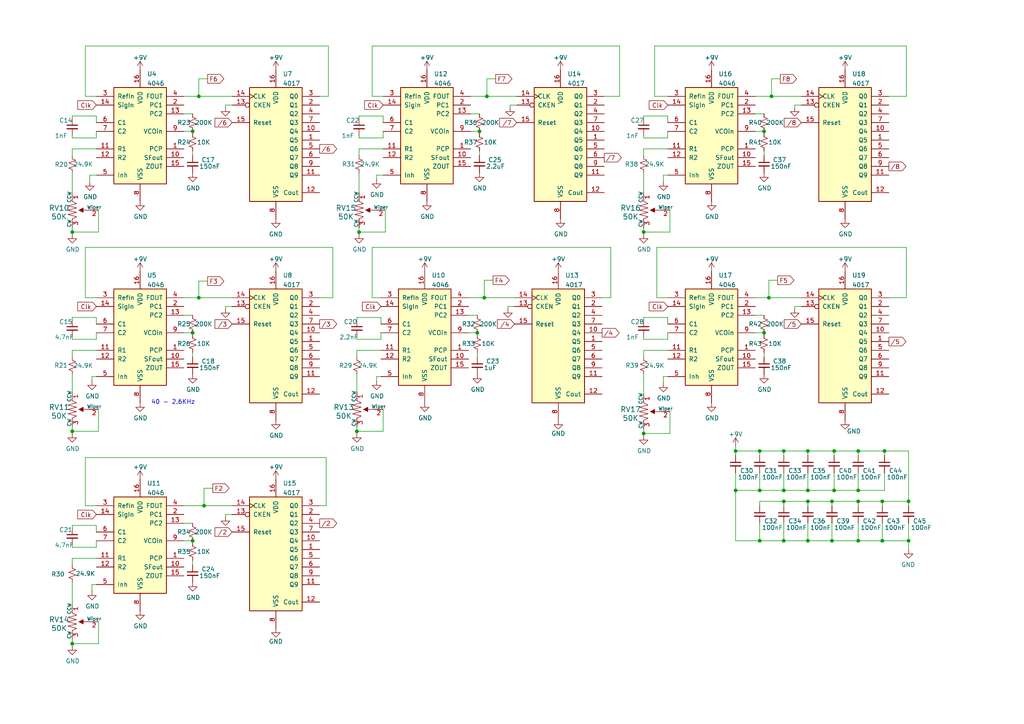
<source format=kicad_sch>
(kicad_sch (version 20211123) (generator eeschema)
  (paper "A4")
  (junction (at 55.88 156.845))
  (junction (at 55.88 96.52))
  (junction (at 241.3 156.845))
  (junction (at 227.33 142.24))
  (junction (at 139.065 38.1))
  (junction (at 20.955 67.31))
  (junction (at 186.69 125.73))
  (junction (at 263.525 145.415))
  (junction (at 57.658 27.94))
  (junction (at 248.92 142.24))
  (junction (at 256.54 130.81))
  (junction (at 186.69 67.31))
  (junction (at 234.315 145.415))
  (junction (at 220.345 156.845))
  (junction (at 55.88 38.1))
  (junction (at 234.315 142.24))
  (junction (at 141.224 27.94))
  (junction (at 20.955 186.69))
  (junction (at 227.33 156.845))
  (junction (at 140.462 86.36))
  (junction (at 248.92 156.845))
  (junction (at 227.33 145.415))
  (junction (at 241.3 145.415))
  (junction (at 263.525 156.845))
  (junction (at 138.43 96.52))
  (junction (at 213.36 142.24))
  (junction (at 59.182 146.685))
  (junction (at 221.615 96.52))
  (junction (at 234.315 156.845))
  (junction (at 220.345 130.81))
  (junction (at 20.955 125.095))
  (junction (at 223.774 27.94))
  (junction (at 255.905 156.845))
  (junction (at 227.33 130.81))
  (junction (at 241.935 130.81))
  (junction (at 255.905 145.415))
  (junction (at 241.935 142.24))
  (junction (at 57.658 86.36))
  (junction (at 234.315 130.81))
  (junction (at 223.012 86.36))
  (junction (at 103.505 125.095))
  (junction (at 220.345 142.24))
  (junction (at 221.615 38.1))
  (junction (at 248.92 145.415))
  (junction (at 248.92 130.81))
  (junction (at 104.14 67.31))
  (junction (at 213.36 130.81))
  (wire (pts (xy 103.505 98.425) (xy 103.505 97.79)))
  (wire (pts (xy 20.955 123.825) (xy 20.955 125.095)))
  (wire (pts (xy 220.345 137.16) (xy 220.345 142.24)))
  (wire (pts (xy 192.405 52.705) (xy 192.405 50.8)))
  (wire (pts (xy 109.22 50.8) (xy 111.125 50.8)))
  (wire (pts (xy 248.92 130.81) (xy 256.54 130.81)))
  (wire (pts (xy 193.675 92.075) (xy 186.69 92.075)))
  (wire (pts (xy 225.552 81.28) (xy 223.012 81.28)))
  (wire (pts (xy 28.575 180.34) (xy 28.575 186.69)))
  (wire (pts (xy 103.505 101.6) (xy 103.505 103.505)))
  (wire (pts (xy 53.34 96.52) (xy 55.88 96.52)))
  (wire (pts (xy 109.22 52.07) (xy 109.22 50.8)))
  (wire (pts (xy 213.36 129.54) (xy 213.36 130.81)))
  (wire (pts (xy 55.88 102.235) (xy 55.88 103.505)))
  (wire (pts (xy 262.89 27.94) (xy 257.81 27.94)))
  (wire (pts (xy 220.345 132.08) (xy 220.345 130.81)))
  (wire (pts (xy 219.075 38.1) (xy 221.615 38.1)))
  (wire (pts (xy 241.3 146.685) (xy 241.3 145.415)))
  (wire (pts (xy 60.198 81.534) (xy 57.658 81.534)))
  (wire (pts (xy 103.505 108.585) (xy 103.505 113.665)))
  (wire (pts (xy 226.314 22.86) (xy 223.774 22.86)))
  (wire (pts (xy 111.76 60.96) (xy 111.76 67.31)))
  (wire (pts (xy 28.575 118.745) (xy 28.575 125.095)))
  (wire (pts (xy 96.52 86.36) (xy 92.71 86.36)))
  (wire (pts (xy 193.675 86.36) (xy 190.5 86.36)))
  (wire (pts (xy 27.94 161.925) (xy 20.955 161.925)))
  (wire (pts (xy 192.405 111.125) (xy 192.405 109.22)))
  (wire (pts (xy 262.89 86.36) (xy 257.81 86.36)))
  (wire (pts (xy 27.94 96.52) (xy 27.94 98.425)))
  (wire (pts (xy 263.525 146.685) (xy 263.525 145.415)))
  (wire (pts (xy 219.075 27.94) (xy 223.774 27.94)))
  (wire (pts (xy 140.462 86.36) (xy 149.225 86.36)))
  (wire (pts (xy 177.165 71.755) (xy 177.165 86.36)))
  (wire (pts (xy 53.34 33.02) (xy 55.88 33.02)))
  (wire (pts (xy 263.525 156.845) (xy 263.525 159.385)))
  (wire (pts (xy 57.658 81.534) (xy 57.658 86.36)))
  (wire (pts (xy 27.94 156.845) (xy 27.94 158.75)))
  (wire (pts (xy 255.905 146.685) (xy 255.905 145.415)))
  (wire (pts (xy 147.32 89.535) (xy 147.32 88.9)))
  (wire (pts (xy 53.34 156.845) (xy 55.88 156.845)))
  (wire (pts (xy 256.54 130.81) (xy 263.525 130.81)))
  (wire (pts (xy 194.31 67.31) (xy 186.69 67.31)))
  (wire (pts (xy 20.955 50.165) (xy 20.955 55.88)))
  (wire (pts (xy 24.765 27.94) (xy 24.765 13.335)))
  (wire (pts (xy 110.49 96.52) (xy 110.49 98.425)))
  (wire (pts (xy 135.89 91.44) (xy 138.43 91.44)))
  (wire (pts (xy 20.955 43.18) (xy 20.955 45.085)))
  (wire (pts (xy 111.125 38.1) (xy 111.125 40.005)))
  (wire (pts (xy 213.36 156.845) (xy 220.345 156.845)))
  (wire (pts (xy 189.865 27.94) (xy 189.865 13.335)))
  (wire (pts (xy 234.315 145.415) (xy 241.3 145.415)))
  (wire (pts (xy 110.49 93.98) (xy 110.49 92.075)))
  (wire (pts (xy 59.182 141.605) (xy 59.182 146.685)))
  (wire (pts (xy 241.3 156.845) (xy 248.92 156.845)))
  (wire (pts (xy 136.525 38.1) (xy 139.065 38.1)))
  (wire (pts (xy 107.95 27.94) (xy 107.95 13.335)))
  (wire (pts (xy 194.31 125.73) (xy 186.69 125.73)))
  (wire (pts (xy 109.22 110.49) (xy 109.22 109.22)))
  (wire (pts (xy 219.075 86.36) (xy 223.012 86.36)))
  (wire (pts (xy 104.14 40.005) (xy 104.14 39.37)))
  (wire (pts (xy 57.658 27.94) (xy 67.31 27.94)))
  (wire (pts (xy 248.92 145.415) (xy 255.905 145.415)))
  (wire (pts (xy 26.67 169.545) (xy 27.94 169.545)))
  (wire (pts (xy 27.94 93.98) (xy 27.94 92.075)))
  (wire (pts (xy 53.34 27.94) (xy 57.658 27.94)))
  (wire (pts (xy 55.88 96.52) (xy 55.88 97.155)))
  (wire (pts (xy 248.92 142.24) (xy 256.54 142.24)))
  (wire (pts (xy 219.075 33.02) (xy 221.615 33.02)))
  (wire (pts (xy 190.5 86.36) (xy 190.5 71.755)))
  (wire (pts (xy 193.675 33.655) (xy 186.69 33.655)))
  (wire (pts (xy 179.705 27.94) (xy 175.26 27.94)))
  (wire (pts (xy 104.14 66.04) (xy 104.14 67.31)))
  (wire (pts (xy 255.905 151.765) (xy 255.905 156.845)))
  (wire (pts (xy 186.69 101.6) (xy 186.69 103.505)))
  (wire (pts (xy 111.125 27.94) (xy 107.95 27.94)))
  (wire (pts (xy 186.69 50.165) (xy 186.69 55.88)))
  (wire (pts (xy 227.33 156.845) (xy 234.315 156.845)))
  (wire (pts (xy 96.52 71.755) (xy 96.52 86.36)))
  (wire (pts (xy 65.405 31.115) (xy 65.405 30.48)))
  (wire (pts (xy 234.315 142.24) (xy 241.935 142.24)))
  (wire (pts (xy 248.92 132.08) (xy 248.92 130.81)))
  (wire (pts (xy 255.905 156.845) (xy 263.525 156.845)))
  (wire (pts (xy 186.69 66.04) (xy 186.69 67.31)))
  (wire (pts (xy 190.5 71.755) (xy 262.89 71.755)))
  (wire (pts (xy 234.315 132.08) (xy 234.315 130.81)))
  (wire (pts (xy 227.33 145.415) (xy 234.315 145.415)))
  (wire (pts (xy 57.658 22.86) (xy 57.658 27.94)))
  (wire (pts (xy 20.955 98.425) (xy 20.955 97.79)))
  (wire (pts (xy 111.125 33.655) (xy 104.14 33.655)))
  (wire (pts (xy 136.525 27.94) (xy 141.224 27.94)))
  (wire (pts (xy 220.345 156.845) (xy 227.33 156.845)))
  (wire (pts (xy 220.345 130.81) (xy 227.33 130.81)))
  (wire (pts (xy 263.525 151.765) (xy 263.525 156.845)))
  (wire (pts (xy 27.94 35.56) (xy 27.94 33.655)))
  (wire (pts (xy 26.67 109.22) (xy 27.94 109.22)))
  (wire (pts (xy 27.94 33.655) (xy 20.955 33.655)))
  (wire (pts (xy 262.89 13.335) (xy 262.89 27.94)))
  (wire (pts (xy 186.69 124.46) (xy 186.69 125.73)))
  (wire (pts (xy 255.905 145.415) (xy 263.525 145.415)))
  (wire (pts (xy 221.615 102.235) (xy 221.615 103.505)))
  (wire (pts (xy 248.92 156.845) (xy 255.905 156.845)))
  (wire (pts (xy 143.764 22.86) (xy 141.224 22.86)))
  (wire (pts (xy 24.765 71.755) (xy 96.52 71.755)))
  (wire (pts (xy 20.955 108.585) (xy 20.955 113.665)))
  (wire (pts (xy 140.462 81.28) (xy 140.462 86.36)))
  (wire (pts (xy 213.36 132.08) (xy 213.36 130.81)))
  (wire (pts (xy 20.955 67.31) (xy 20.955 67.945)))
  (wire (pts (xy 234.315 146.685) (xy 234.315 145.415)))
  (wire (pts (xy 234.315 156.845) (xy 241.3 156.845)))
  (wire (pts (xy 59.182 146.685) (xy 67.31 146.685)))
  (wire (pts (xy 53.34 38.1) (xy 55.88 38.1)))
  (wire (pts (xy 186.69 125.73) (xy 186.69 126.365)))
  (wire (pts (xy 110.49 86.36) (xy 107.95 86.36)))
  (wire (pts (xy 193.675 101.6) (xy 186.69 101.6)))
  (wire (pts (xy 223.774 22.86) (xy 223.774 27.94)))
  (wire (pts (xy 248.92 146.685) (xy 248.92 145.415)))
  (wire (pts (xy 194.31 60.96) (xy 194.31 67.31)))
  (wire (pts (xy 230.505 89.535) (xy 230.505 88.9)))
  (wire (pts (xy 241.3 151.765) (xy 241.3 156.845)))
  (wire (pts (xy 55.88 162.56) (xy 55.88 163.83)))
  (wire (pts (xy 20.955 66.04) (xy 20.955 67.31)))
  (wire (pts (xy 138.43 96.52) (xy 138.43 97.155)))
  (wire (pts (xy 193.675 96.52) (xy 193.675 98.425)))
  (wire (pts (xy 230.505 30.48) (xy 232.41 30.48)))
  (wire (pts (xy 220.345 146.685) (xy 220.345 145.415)))
  (wire (pts (xy 230.505 31.115) (xy 230.505 30.48)))
  (wire (pts (xy 111.125 40.005) (xy 104.14 40.005)))
  (wire (pts (xy 179.705 13.335) (xy 179.705 27.94)))
  (wire (pts (xy 227.33 146.685) (xy 227.33 145.415)))
  (wire (pts (xy 28.575 125.095) (xy 20.955 125.095)))
  (wire (pts (xy 111.125 125.095) (xy 103.505 125.095)))
  (wire (pts (xy 221.615 38.1) (xy 221.615 38.735)))
  (wire (pts (xy 28.575 60.96) (xy 28.575 67.31)))
  (wire (pts (xy 213.36 142.24) (xy 213.36 156.845)))
  (wire (pts (xy 141.224 22.86) (xy 141.224 27.94)))
  (wire (pts (xy 111.125 118.745) (xy 111.125 125.095)))
  (wire (pts (xy 186.69 92.075) (xy 186.69 92.71)))
  (wire (pts (xy 194.31 119.38) (xy 194.31 125.73)))
  (wire (pts (xy 26.035 52.705) (xy 26.035 50.8)))
  (wire (pts (xy 27.94 40.005) (xy 20.955 40.005)))
  (wire (pts (xy 24.765 132.715) (xy 24.765 146.685)))
  (wire (pts (xy 27.94 152.4) (xy 20.955 152.4)))
  (wire (pts (xy 65.405 149.86) (xy 65.405 149.225)))
  (wire (pts (xy 141.224 27.94) (xy 149.86 27.94)))
  (wire (pts (xy 55.88 156.845) (xy 55.88 157.48)))
  (wire (pts (xy 234.315 137.16) (xy 234.315 142.24)))
  (wire (pts (xy 20.955 185.42) (xy 20.955 186.69)))
  (wire (pts (xy 61.722 141.605) (xy 59.182 141.605)))
  (wire (pts (xy 186.69 43.18) (xy 186.69 45.085)))
  (wire (pts (xy 107.95 86.36) (xy 107.95 71.755)))
  (wire (pts (xy 230.505 88.9) (xy 232.41 88.9)))
  (wire (pts (xy 53.34 86.36) (xy 57.658 86.36)))
  (wire (pts (xy 193.675 40.005) (xy 186.69 40.005)))
  (wire (pts (xy 26.67 169.545) (xy 26.67 171.45)))
  (wire (pts (xy 109.22 109.22) (xy 110.49 109.22)))
  (wire (pts (xy 27.94 98.425) (xy 20.955 98.425)))
  (wire (pts (xy 213.36 130.81) (xy 220.345 130.81)))
  (wire (pts (xy 234.315 151.765) (xy 234.315 156.845)))
  (wire (pts (xy 186.69 40.005) (xy 186.69 39.37)))
  (wire (pts (xy 111.76 67.31) (xy 104.14 67.31)))
  (wire (pts (xy 219.075 96.52) (xy 221.615 96.52)))
  (wire (pts (xy 27.94 27.94) (xy 24.765 27.94)))
  (wire (pts (xy 28.575 67.31) (xy 20.955 67.31)))
  (wire (pts (xy 241.935 142.24) (xy 248.92 142.24)))
  (wire (pts (xy 220.345 142.24) (xy 227.33 142.24)))
  (wire (pts (xy 193.675 93.98) (xy 193.675 92.075)))
  (wire (pts (xy 20.955 168.91) (xy 20.955 175.26)))
  (wire (pts (xy 111.125 35.56) (xy 111.125 33.655)))
  (wire (pts (xy 136.525 33.02) (xy 139.065 33.02)))
  (wire (pts (xy 27.94 92.075) (xy 20.955 92.075)))
  (wire (pts (xy 220.345 151.765) (xy 220.345 156.845)))
  (wire (pts (xy 192.405 50.8) (xy 193.675 50.8)))
  (wire (pts (xy 135.89 86.36) (xy 140.462 86.36)))
  (wire (pts (xy 241.3 145.415) (xy 248.92 145.415)))
  (wire (pts (xy 186.69 98.425) (xy 186.69 97.79)))
  (wire (pts (xy 20.955 152.4) (xy 20.955 153.035)))
  (wire (pts (xy 227.33 132.08) (xy 227.33 130.81)))
  (wire (pts (xy 60.198 22.86) (xy 57.658 22.86)))
  (wire (pts (xy 110.49 98.425) (xy 103.505 98.425)))
  (wire (pts (xy 26.67 110.49) (xy 26.67 109.22)))
  (wire (pts (xy 248.92 151.765) (xy 248.92 156.845)))
  (wire (pts (xy 139.065 43.815) (xy 139.065 45.085)))
  (wire (pts (xy 94.615 146.685) (xy 94.615 132.715)))
  (wire (pts (xy 20.955 33.655) (xy 20.955 34.29)))
  (wire (pts (xy 147.32 88.9) (xy 149.225 88.9)))
  (wire (pts (xy 186.69 108.585) (xy 186.69 114.3)))
  (wire (pts (xy 20.955 158.75) (xy 20.955 158.115)))
  (wire (pts (xy 94.615 132.715) (xy 24.765 132.715)))
  (wire (pts (xy 95.25 27.94) (xy 92.71 27.94)))
  (wire (pts (xy 227.33 142.24) (xy 234.315 142.24)))
  (wire (pts (xy 256.54 132.08) (xy 256.54 130.81)))
  (wire (pts (xy 27.94 158.75) (xy 20.955 158.75)))
  (wire (pts (xy 65.405 30.48) (xy 67.31 30.48)))
  (wire (pts (xy 95.25 13.335) (xy 95.25 27.94)))
  (wire (pts (xy 234.315 130.81) (xy 241.935 130.81)))
  (wire (pts (xy 53.34 151.765) (xy 55.88 151.765)))
  (wire (pts (xy 147.955 30.48) (xy 149.86 30.48)))
  (wire (pts (xy 27.94 43.18) (xy 20.955 43.18)))
  (wire (pts (xy 104.14 33.655) (xy 104.14 34.29)))
  (wire (pts (xy 227.33 137.16) (xy 227.33 142.24)))
  (wire (pts (xy 103.505 125.095) (xy 103.505 125.73)))
  (wire (pts (xy 262.89 71.755) (xy 262.89 86.36)))
  (wire (pts (xy 103.505 92.075) (xy 103.505 92.71)))
  (wire (pts (xy 65.405 89.535) (xy 65.405 88.9)))
  (wire (pts (xy 107.95 13.335) (xy 179.705 13.335)))
  (wire (pts (xy 57.658 86.36) (xy 67.31 86.36)))
  (wire (pts (xy 193.675 38.1) (xy 193.675 40.005)))
  (wire (pts (xy 256.54 137.16) (xy 256.54 142.24)))
  (wire (pts (xy 219.075 91.44) (xy 221.615 91.44)))
  (wire (pts (xy 20.955 161.925) (xy 20.955 163.83)))
  (wire (pts (xy 263.525 130.81) (xy 263.525 145.415)))
  (wire (pts (xy 213.36 137.16) (xy 213.36 142.24)))
  (wire (pts (xy 92.71 146.685) (xy 94.615 146.685)))
  (wire (pts (xy 193.675 35.56) (xy 193.675 33.655)))
  (wire (pts (xy 193.675 27.94) (xy 189.865 27.94)))
  (wire (pts (xy 193.675 43.18) (xy 186.69 43.18)))
  (wire (pts (xy 53.34 146.685) (xy 59.182 146.685)))
  (wire (pts (xy 55.88 43.815) (xy 55.88 45.085)))
  (wire (pts (xy 223.012 86.36) (xy 232.41 86.36)))
  (wire (pts (xy 107.95 71.755) (xy 177.165 71.755)))
  (wire (pts (xy 213.36 142.24) (xy 220.345 142.24)))
  (wire (pts (xy 104.14 50.165) (xy 104.14 55.88)))
  (wire (pts (xy 189.865 13.335) (xy 262.89 13.335)))
  (wire (pts (xy 139.065 38.1) (xy 139.065 38.735)))
  (wire (pts (xy 28.575 186.69) (xy 20.955 186.69)))
  (wire (pts (xy 221.615 43.815) (xy 221.615 45.085)))
  (wire (pts (xy 241.935 130.81) (xy 248.92 130.81)))
  (wire (pts (xy 53.34 91.44) (xy 55.88 91.44)))
  (wire (pts (xy 193.675 98.425) (xy 186.69 98.425)))
  (wire (pts (xy 186.69 67.31) (xy 186.69 67.945)))
  (wire (pts (xy 20.955 125.095) (xy 20.955 125.73)))
  (wire (pts (xy 177.165 86.36) (xy 174.625 86.36)))
  (wire (pts (xy 26.035 50.8) (xy 27.94 50.8)))
  (wire (pts (xy 65.405 88.9) (xy 67.31 88.9)))
  (wire (pts (xy 227.33 130.81) (xy 234.315 130.81)))
  (wire (pts (xy 227.33 151.765) (xy 227.33 156.845)))
  (wire (pts (xy 192.405 109.22) (xy 193.675 109.22)))
  (wire (pts (xy 147.955 31.115) (xy 147.955 30.48)))
  (wire (pts (xy 143.002 81.28) (xy 140.462 81.28)))
  (wire (pts (xy 186.69 33.655) (xy 186.69 34.29)))
  (wire (pts (xy 220.345 145.415) (xy 227.33 145.415)))
  (wire (pts (xy 104.14 67.31) (xy 104.14 67.945)))
  (wire (pts (xy 221.615 96.52) (xy 221.615 97.155)))
  (wire (pts (xy 24.765 86.36) (xy 24.765 71.755)))
  (wire (pts (xy 24.765 13.335) (xy 95.25 13.335)))
  (wire (pts (xy 27.94 86.36) (xy 24.765 86.36)))
  (wire (pts (xy 20.955 92.075) (xy 20.955 92.71)))
  (wire (pts (xy 103.505 123.825) (xy 103.505 125.095)))
  (wire (pts (xy 223.012 81.28) (xy 223.012 86.36)))
  (wire (pts (xy 110.49 101.6) (xy 103.505 101.6)))
  (wire (pts (xy 110.49 92.075) (xy 103.505 92.075)))
  (wire (pts (xy 27.94 101.6) (xy 20.955 101.6)))
  (wire (pts (xy 20.955 101.6) (xy 20.955 103.505)))
  (wire (pts (xy 20.955 40.005) (xy 20.955 39.37)))
  (wire (pts (xy 104.14 43.18) (xy 104.14 45.085)))
  (wire (pts (xy 111.125 43.18) (xy 104.14 43.18)))
  (wire (pts (xy 248.92 137.16) (xy 248.92 142.24)))
  (wire (pts (xy 27.94 154.305) (xy 27.94 152.4)))
  (wire (pts (xy 65.405 149.225) (xy 67.31 149.225)))
  (wire (pts (xy 135.89 96.52) (xy 138.43 96.52)))
  (wire (pts (xy 55.88 38.1) (xy 55.88 38.735)))
  (wire (pts (xy 241.935 137.16) (xy 241.935 142.24)))
  (wire (pts (xy 27.94 38.1) (xy 27.94 40.005)))
  (wire (pts (xy 241.935 132.08) (xy 241.935 130.81)))
  (wire (pts (xy 138.43 102.235) (xy 138.43 103.505)))
  (wire (pts (xy 24.765 146.685) (xy 27.94 146.685)))
  (wire (pts (xy 223.774 27.94) (xy 232.41 27.94)))
  (wire (pts (xy 20.955 186.69) (xy 20.955 187.325)))
  (text "40 - 2.6KHz" (at 43.815 117.475 0) (effects (font (size 1.27 1.27)) (justify left bottom)))
  (global_label "F7" (shape output) (at 143.764 22.86 0) (property "Intersheet References" "${INTERSHEET_REFS}" (effects hide)))
  (global_label "{slash}8" (shape output) (at 257.81 48.26 0) (property "Intersheet References" "${INTERSHEET_REFS}" (effects hide)))
  (global_label "F5" (shape output) (at 225.552 81.28 0) (property "Intersheet References" "${INTERSHEET_REFS}" (effects hide)))
  (global_label "{slash}7" (shape output) (at 175.26 45.72 0) (property "Intersheet References" "${INTERSHEET_REFS}" (effects hide)))
  (global_label "Clk" (shape input) (at 27.94 149.225 180) (property "Intersheet References" "${INTERSHEET_REFS}" (effects hide)))
  (global_label "Clk" (shape input) (at 111.125 30.48 180) (property "Intersheet References" "${INTERSHEET_REFS}" (effects hide)))
  (global_label "{slash}8" (shape input) (at 232.41 35.56 180) (property "Intersheet References" "${INTERSHEET_REFS}" (effects hide)))
  (global_label "{slash}4" (shape input) (at 149.225 93.98 180) (property "Intersheet References" "${INTERSHEET_REFS}" (effects hide)))
  (global_label "{slash}3" (shape input) (at 67.31 93.98 180) (property "Intersheet References" "${INTERSHEET_REFS}" (effects hide)))
  (global_label "{slash}2" (shape output) (at 92.71 151.765 0) (property "Intersheet References" "${INTERSHEET_REFS}" (effects hide)))
  (global_label "Clk" (shape input) (at 110.49 88.9 180) (property "Intersheet References" "${INTERSHEET_REFS}" (effects hide)))
  (global_label "{slash}6" (shape input) (at 67.31 35.56 180) (property "Intersheet References" "${INTERSHEET_REFS}" (effects hide)))
  (global_label "F2" (shape output) (at 61.722 141.605 0) (property "Intersheet References" "${INTERSHEET_REFS}" (effects hide)))
  (global_label "Clk" (shape input) (at 27.94 30.48 180) (property "Intersheet References" "${INTERSHEET_REFS}" (effects hide)))
  (global_label "F4" (shape output) (at 143.002 81.28 0) (property "Intersheet References" "${INTERSHEET_REFS}" (effects hide)))
  (global_label "{slash}5" (shape output) (at 257.81 99.06 0) (property "Intersheet References" "${INTERSHEET_REFS}" (effects hide)))
  (global_label "F3" (shape output) (at 60.198 81.534 0) (property "Intersheet References" "${INTERSHEET_REFS}" (effects hide)))
  (global_label "{slash}7" (shape input) (at 149.86 35.56 180) (property "Intersheet References" "${INTERSHEET_REFS}" (effects hide)))
  (global_label "F6" (shape output) (at 60.198 22.86 0) (property "Intersheet References" "${INTERSHEET_REFS}" (effects hide)))
  (global_label "{slash}2" (shape input) (at 67.31 154.305 180) (property "Intersheet References" "${INTERSHEET_REFS}" (effects hide)))
  (global_label "{slash}5" (shape input) (at 232.41 93.98 180) (property "Intersheet References" "${INTERSHEET_REFS}" (effects hide)))
  (global_label "F8" (shape output) (at 226.314 22.86 0) (property "Intersheet References" "${INTERSHEET_REFS}" (effects hide)))
  (global_label "Clk" (shape input) (at 193.675 30.48 180) (property "Intersheet References" "${INTERSHEET_REFS}" (effects hide)))
  (global_label "Clk" (shape input) (at 27.94 88.9 180) (property "Intersheet References" "${INTERSHEET_REFS}" (effects hide)))
  (global_label "{slash}3" (shape output) (at 92.71 93.98 0) (property "Intersheet References" "${INTERSHEET_REFS}" (effects hide)))
  (global_label "Clk" (shape input) (at 193.675 88.9 180) (property "Intersheet References" "${INTERSHEET_REFS}" (effects hide)))
  (global_label "{slash}4" (shape output) (at 174.625 96.52 0) (property "Intersheet References" "${INTERSHEET_REFS}" (effects hide)))
  (global_label "{slash}6" (shape output) (at 92.71 43.18 0) (property "Intersheet References" "${INTERSHEET_REFS}" (effects hide)))
  (symbol (lib_id "dk_Trimmer-Potentiometers:TC33X-2-103E") (at 104.14 60.96 270) (unit 1)
    (property "Reference" "RV15" (at 100.33 60.325 90) (effects (font (size 1.524 1.524))))
    (property "Value" "50K" (at 100.33 62.865 90) (effects (font (size 1.524 1.524))))
    (property "Footprint" "sputterizer:Potentiometer_Bourns_3224W_Vertical" (effects hide))
    (property "Datasheet" "https://www.bourns.com/docs/Product-Datasheets/TC33.pdf" (effects hide))
    (property "Digi-Key Part" "490-2881-ND" (effects hide))
    (property "LCSC Part #" "C48484" (effects hide))
  )
  (symbol (lib_id "4xxx:4017") (at 80.01 40.64 0) (unit 1)
    (property "Reference" "U7" (at 82.0294 21.4335 0) (effects (justify left)))
    (property "Value" "4017" (at 82.0294 24.2086 0) (effects (justify left)))
    (property "Footprint" "Package_SO:SOIC-16_3.9x9.9mm_P1.27mm" (effects hide))
    (property "Datasheet" "http://www.intersil.com/content/dam/Intersil/documents/cd40/cd4017bms-22bms.pdf" (effects hide))
    (property "Digi-Key Part" "296-12808-1-ND" (effects hide))
    (property "LCSC Part #" "C11349" (effects hide))
  )
  (symbol (lib_id "4xxx:4046") (at 206.375 38.1 0) (unit 1)
    (property "Reference" "U16" (at 208.3944 21.4335 0) (effects (justify left)))
    (property "Value" "4046" (at 208.3944 24.2086 0) (effects (justify left)))
    (property "Footprint" "Package_SO:TSSOP-16_4.4x5mm_P0.65mm" (effects hide))
    (property "Datasheet" "https://assets.nexperia.com/documents/data-sheet/HEF4046B.pdf" (effects hide))
    (property "LCSC Part #" "C2651240" (effects hide))
  )
  (symbol (lib_id "4xxx:4017") (at 161.925 99.06 0) (unit 1)
    (property "Reference" "U13" (at 163.9444 79.8535 0) (effects (justify left)))
    (property "Value" "4017" (at 163.9444 82.6286 0) (effects (justify left)))
    (property "Footprint" "Package_SO:SOIC-16_3.9x9.9mm_P1.27mm" (effects hide))
    (property "Datasheet" "http://www.intersil.com/content/dam/Intersil/documents/cd40/cd4017bms-22bms.pdf" (effects hide))
    (property "Digi-Key Part" "296-12808-1-ND" (effects hide))
    (property "LCSC Part #" "C11349" (effects hide))
  )
  (symbol (lib_id "Device:R_Small_US") (at 138.43 99.695 0) (unit 1)
    (property "Reference" "R33" (at 135.89 99.695 0))
    (property "Value" "10K" (at 141.605 99.695 0))
    (property "Footprint" "Resistor_SMD:R_0805_2012Metric_Pad1.20x1.40mm_HandSolder" (effects hide))
    (property "Digi-Key Part" "CF14JT10K0CT-ND" (effects hide))
    (property "LCSC Part #" "C217770" (effects hide))
  )
  (symbol (lib_id "4xxx:4046") (at 40.64 96.52 0) (unit 1)
    (property "Reference" "U5" (at 42.6594 79.8535 0) (effects (justify left)))
    (property "Value" "4046" (at 42.6594 82.6286 0) (effects (justify left)))
    (property "Footprint" "Package_SO:TSSOP-16_4.4x5mm_P0.65mm" (effects hide))
    (property "Datasheet" "https://assets.nexperia.com/documents/data-sheet/HEF4046B.pdf" (effects hide))
    (property "LCSC Part #" "C2651240" (effects hide))
  )
  (symbol (lib_id "Device:C_Small") (at 213.36 134.62 0) (unit 1)
    (property "Reference" "C30" (at 214.63 136.525 0) (effects (justify left)))
    (property "Value" "100nF" (at 213.995 138.43 0) (effects (justify left)))
    (property "Footprint" "Capacitor_SMD:C_0805_2012Metric_Pad1.18x1.45mm_HandSolder" (effects hide))
    (property "Datasheet" "http://datasheets.avx.com/SR-Series.pdf" (effects hide))
    (property "Digi-Key Part" "478-10836-1-ND" (effects hide))
    (property "LCSC Part #" "C49678" (effects hide))
  )
  (symbol (lib_id "power:GND") (at 245.11 121.92 0) (unit 1)
    (property "Reference" "#PWR072" (effects hide))
    (property "Value" "GND" (at 247.65 125.095 0))
  )
  (symbol (lib_id "Device:C_Small") (at 20.955 155.575 0) (unit 1)
    (property "Reference" "C21" (at 17.145 153.67 0) (effects (justify left)))
    (property "Value" "4.7nF" (at 15.875 158.115 0) (effects (justify left)))
    (property "Footprint" "Capacitor_SMD:C_0805_2012Metric_Pad1.18x1.45mm_HandSolder" (effects hide))
    (property "Datasheet" "http://datasheets.avx.com/SR-Series.pdf" (effects hide))
    (property "Digi-Key Part" "BC2662CT-ND" (effects hide))
    (property "LCSC Part #" "C107104" (effects hide))
  )
  (symbol (lib_id "Device:C_Small") (at 103.505 95.25 0) (unit 1)
    (property "Reference" "C20" (at 99.695 93.345 0) (effects (justify left)))
    (property "Value" "2.2nF" (at 98.425 97.79 0) (effects (justify left)))
    (property "Footprint" "Capacitor_SMD:C_0805_2012Metric_Pad1.18x1.45mm_HandSolder" (effects hide))
    (property "Datasheet" "http://datasheets.avx.com/SR-Series.pdf" (effects hide))
    (property "Digi-Key Part" "BC2662CT-ND" (effects hide))
    (property "LCSC Part #" "C150375" (effects hide))
  )
  (symbol (lib_id "Device:R_Small_US") (at 139.065 41.275 0) (unit 1)
    (property "Reference" "R37" (at 136.525 41.275 0))
    (property "Value" "10K" (at 142.24 41.275 0))
    (property "Footprint" "Resistor_SMD:R_0805_2012Metric_Pad1.20x1.40mm_HandSolder" (effects hide))
    (property "Digi-Key Part" "CF14JT10K0CT-ND" (effects hide))
    (property "LCSC Part #" "C217770" (effects hide))
  )
  (symbol (lib_id "dk_Trimmer-Potentiometers:TC33X-2-103E") (at 186.69 119.38 270) (unit 1)
    (property "Reference" "RV17" (at 182.88 118.745 90) (effects (font (size 1.524 1.524))))
    (property "Value" "50K" (at 182.88 121.285 90) (effects (font (size 1.524 1.524))))
    (property "Footprint" "sputterizer:Potentiometer_Bourns_3224W_Vertical" (effects hide))
    (property "Datasheet" "https://www.bourns.com/docs/Product-Datasheets/TC33.pdf" (effects hide))
    (property "Digi-Key Part" "490-2881-ND" (effects hide))
    (property "LCSC Part #" "C48484" (effects hide))
  )
  (symbol (lib_id "Device:R_Small_US") (at 55.88 99.695 0) (unit 1)
    (property "Reference" "R26" (at 53.34 99.695 0))
    (property "Value" "10K" (at 59.055 99.695 0))
    (property "Footprint" "Resistor_SMD:R_0805_2012Metric_Pad1.20x1.40mm_HandSolder" (effects hide))
    (property "Digi-Key Part" "CF14JT10K0CT-ND" (effects hide))
    (property "LCSC Part #" "C217770" (effects hide))
  )
  (symbol (lib_id "power:GND") (at 109.22 52.07 0) (unit 1)
    (property "Reference" "#PWR038" (effects hide))
    (property "Value" "GND" (at 109.347 56.4642 0))
  )
  (symbol (lib_id "power:GND") (at 80.01 63.5 0) (unit 1)
    (property "Reference" "#PWR031" (effects hide))
    (property "Value" "GND" (at 80.01 67.945 0))
  )
  (symbol (lib_id "Device:C_Small") (at 256.54 134.62 0) (unit 1)
    (property "Reference" "C44" (at 257.81 136.525 0) (effects (justify left)))
    (property "Value" "100nF" (at 257.175 138.43 0) (effects (justify left)))
    (property "Footprint" "Capacitor_SMD:C_0805_2012Metric_Pad1.18x1.45mm_HandSolder" (effects hide))
    (property "Datasheet" "http://datasheets.avx.com/SR-Series.pdf" (effects hide))
    (property "Digi-Key Part" "478-10836-1-ND" (effects hide))
    (property "LCSC Part #" "C49678" (effects hide))
  )
  (symbol (lib_id "power:GND") (at 20.955 125.73 0) (unit 1)
    (property "Reference" "#PWR0131" (effects hide))
    (property "Value" "GND" (at 21.082 130.1242 0))
  )
  (symbol (lib_id "power:GND") (at 26.67 171.45 0) (unit 1)
    (property "Reference" "#PWR037" (effects hide))
    (property "Value" "GND" (at 26.797 175.8442 0))
  )
  (symbol (lib_id "4xxx:4017") (at 245.11 99.06 0) (unit 1)
    (property "Reference" "U19" (at 247.1294 79.8535 0) (effects (justify left)))
    (property "Value" "4017" (at 247.1294 82.6286 0) (effects (justify left)))
    (property "Footprint" "Package_SO:SOIC-16_3.9x9.9mm_P1.27mm" (effects hide))
    (property "Datasheet" "http://www.intersil.com/content/dam/Intersil/documents/cd40/cd4017bms-22bms.pdf" (effects hide))
    (property "Digi-Key Part" "296-12808-1-ND" (effects hide))
    (property "LCSC Part #" "C11349" (effects hide))
  )
  (symbol (lib_id "power:GND") (at 20.955 67.945 0) (unit 1)
    (property "Reference" "#PWR0132" (effects hide))
    (property "Value" "GND" (at 21.082 72.3392 0))
  )
  (symbol (lib_id "dk_Trimmer-Potentiometers:TC33X-2-103E") (at 186.69 60.96 270) (unit 1)
    (property "Reference" "RV16" (at 182.88 60.325 90) (effects (font (size 1.524 1.524))))
    (property "Value" "50K" (at 182.88 62.865 90) (effects (font (size 1.524 1.524))))
    (property "Footprint" "sputterizer:Potentiometer_Bourns_3224W_Vertical" (effects hide))
    (property "Datasheet" "https://www.bourns.com/docs/Product-Datasheets/TC33.pdf" (effects hide))
    (property "Digi-Key Part" "490-2881-ND" (effects hide))
    (property "LCSC Part #" "C48484" (effects hide))
  )
  (symbol (lib_id "power:GND") (at 161.925 121.92 0) (unit 1)
    (property "Reference" "#PWR052" (effects hide))
    (property "Value" "GND" (at 161.925 125.73 0))
  )
  (symbol (lib_id "power:GND") (at 26.035 52.705 0) (unit 1)
    (property "Reference" "#PWR015" (effects hide))
    (property "Value" "GND" (at 26.162 57.0992 0))
  )
  (symbol (lib_id "power:GND") (at 263.525 159.385 0) (mirror y) (unit 1)
    (property "Reference" "#PWR068" (effects hide))
    (property "Value" "GND" (at 263.398 163.7792 0))
  )
  (symbol (lib_id "Device:C_Small") (at 227.33 134.62 0) (unit 1)
    (property "Reference" "C33" (at 228.6 136.525 0) (effects (justify left)))
    (property "Value" "100nF" (at 227.965 138.43 0) (effects (justify left)))
    (property "Footprint" "Capacitor_SMD:C_0805_2012Metric_Pad1.18x1.45mm_HandSolder" (effects hide))
    (property "Datasheet" "http://datasheets.avx.com/SR-Series.pdf" (effects hide))
    (property "Digi-Key Part" "478-10836-1-ND" (effects hide))
    (property "LCSC Part #" "C49678" (effects hide))
  )
  (symbol (lib_id "Device:R_Small_US") (at 221.615 41.275 0) (unit 1)
    (property "Reference" "R41" (at 219.075 41.275 0))
    (property "Value" "10K" (at 224.79 41.275 0))
    (property "Footprint" "Resistor_SMD:R_0805_2012Metric_Pad1.20x1.40mm_HandSolder" (effects hide))
    (property "Digi-Key Part" "CF14JT10K0CT-ND" (effects hide))
    (property "LCSC Part #" "C217770" (effects hide))
  )
  (symbol (lib_id "Device:R_Small_US") (at 221.615 93.98 0) (unit 1)
    (property "Reference" "R42" (at 219.075 93.98 0))
    (property "Value" "200K" (at 224.79 93.98 0))
    (property "Footprint" "Resistor_SMD:R_0805_2012Metric_Pad1.20x1.40mm_HandSolder" (effects hide))
    (property "Digi-Key Part" "CF14JT10K0CT-ND" (effects hide))
    (property "LCSC Part #" "C104082" (effects hide))
  )
  (symbol (lib_id "power:+9V") (at 80.01 78.74 0) (unit 1)
    (property "Reference" "#PWR0116" (effects hide))
    (property "Value" "+9V" (at 80.01 75.1355 0))
  )
  (symbol (lib_id "Device:R_Small_US") (at 20.955 106.045 0) (unit 1)
    (property "Reference" "R21" (at 17.682 105.9688 0))
    (property "Value" "24.9K" (at 24.13 106.045 0))
    (property "Footprint" "Resistor_SMD:R_0603_1608Metric" (effects hide))
    (property "Digi-Key Part" "CF14JT10K0CT-ND" (effects hide))
    (property "LCSC Part #" "C137761" (effects hide))
  )
  (symbol (lib_id "power:+9V") (at 123.825 20.32 0) (unit 1)
    (property "Reference" "#PWR0126" (effects hide))
    (property "Value" "+9V" (at 123.825 16.7155 0))
  )
  (symbol (lib_id "power:GND") (at 147.955 31.115 0) (unit 1)
    (property "Reference" "#PWR049" (effects hide))
    (property "Value" "GND" (effects hide))
  )
  (symbol (lib_id "power:+9V") (at 206.375 78.74 0) (unit 1)
    (property "Reference" "#PWR0120" (effects hide))
    (property "Value" "+9V" (at 206.375 75.1355 0))
  )
  (symbol (lib_id "Device:C_Small") (at 241.3 149.225 0) (unit 1)
    (property "Reference" "C39" (at 242.57 151.13 0) (effects (justify left)))
    (property "Value" "100nF" (at 241.935 153.035 0) (effects (justify left)))
    (property "Footprint" "Capacitor_SMD:C_0805_2012Metric_Pad1.18x1.45mm_HandSolder" (effects hide))
    (property "Datasheet" "http://datasheets.avx.com/SR-Series.pdf" (effects hide))
    (property "Digi-Key Part" "478-10836-1-ND" (effects hide))
    (property "LCSC Part #" "C49678" (effects hide))
  )
  (symbol (lib_id "Device:C_Small") (at 248.92 149.225 0) (unit 1)
    (property "Reference" "C42" (at 250.19 151.13 0) (effects (justify left)))
    (property "Value" "100nF" (at 249.555 153.035 0) (effects (justify left)))
    (property "Footprint" "Capacitor_SMD:C_0805_2012Metric_Pad1.18x1.45mm_HandSolder" (effects hide))
    (property "Datasheet" "http://datasheets.avx.com/SR-Series.pdf" (effects hide))
    (property "Digi-Key Part" "478-10836-1-ND" (effects hide))
    (property "LCSC Part #" "C49678" (effects hide))
  )
  (symbol (lib_id "Device:C_Small") (at 55.88 106.045 0) (unit 1)
    (property "Reference" "C18" (at 58.42 104.775 0) (effects (justify left)))
    (property "Value" "150nF" (at 57.785 106.68 0) (effects (justify left)))
    (property "Footprint" "Capacitor_SMD:C_0805_2012Metric_Pad1.18x1.45mm_HandSolder" (effects hide))
    (property "Datasheet" "http://datasheets.avx.com/SR-Series.pdf" (effects hide))
    (property "Digi-Key Part" "478-10836-1-ND" (effects hide))
    (property "LCSC Part #" "C541525" (effects hide))
  )
  (symbol (lib_id "power:+9V") (at 213.36 129.54 0) (unit 1)
    (property "Reference" "#PWR0119" (effects hide))
    (property "Value" "+9V" (at 213.36 125.9355 0))
  )
  (symbol (lib_id "Device:C_Small") (at 234.315 149.225 0) (unit 1)
    (property "Reference" "C36" (at 235.585 151.13 0) (effects (justify left)))
    (property "Value" "100nF" (at 234.95 153.035 0) (effects (justify left)))
    (property "Footprint" "Capacitor_SMD:C_0805_2012Metric_Pad1.18x1.45mm_HandSolder" (effects hide))
    (property "Datasheet" "http://datasheets.avx.com/SR-Series.pdf" (effects hide))
    (property "Digi-Key Part" "478-10836-1-ND" (effects hide))
    (property "LCSC Part #" "C49678" (effects hide))
  )
  (symbol (lib_id "power:GND") (at 80.01 121.92 0) (unit 1)
    (property "Reference" "#PWR033" (effects hide))
    (property "Value" "GND" (at 80.137 126.3142 0))
  )
  (symbol (lib_id "dk_Trimmer-Potentiometers:TC33X-2-103E") (at 20.955 180.34 270) (unit 1)
    (property "Reference" "RV14" (at 17.145 179.705 90) (effects (font (size 1.524 1.524))))
    (property "Value" "50K" (at 17.145 182.245 90) (effects (font (size 1.524 1.524))))
    (property "Footprint" "sputterizer:Potentiometer_Bourns_3224W_Vertical" (effects hide))
    (property "Datasheet" "https://www.bourns.com/docs/Product-Datasheets/TC33.pdf" (effects hide))
    (property "Digi-Key Part" "490-2881-ND" (effects hide))
    (property "LCSC Part #" "C48484" (effects hide))
  )
  (symbol (lib_id "power:GND") (at 104.14 67.945 0) (unit 1)
    (property "Reference" "#PWR0136" (effects hide))
    (property "Value" "GND" (at 104.267 72.3392 0))
  )
  (symbol (lib_id "power:+9V") (at 40.64 78.74 0) (unit 1)
    (property "Reference" "#PWR0115" (effects hide))
    (property "Value" "+9V" (at 40.64 75.1355 0))
  )
  (symbol (lib_id "power:GND") (at 192.405 111.125 0) (unit 1)
    (property "Reference" "#PWR059" (effects hide))
    (property "Value" "GND" (at 192.532 115.5192 0))
  )
  (symbol (lib_id "Device:C_Small") (at 221.615 47.625 0) (unit 1)
    (property "Reference" "C37" (at 224.155 46.355 0) (effects (justify left)))
    (property "Value" "150nF" (at 223.52 48.26 0) (effects (justify left)))
    (property "Footprint" "Capacitor_SMD:C_0805_2012Metric_Pad1.18x1.45mm_HandSolder" (effects hide))
    (property "Datasheet" "http://datasheets.avx.com/SR-Series.pdf" (effects hide))
    (property "Digi-Key Part" "478-10836-1-ND" (effects hide))
    (property "LCSC Part #" "C541525" (effects hide))
  )
  (symbol (lib_id "power:GND") (at 139.065 50.165 0) (unit 1)
    (property "Reference" "#PWR047" (effects hide))
    (property "Value" "GND" (at 139.192 54.5592 0))
  )
  (symbol (lib_id "power:+9V") (at 162.56 20.32 0) (unit 1)
    (property "Reference" "#PWR0127" (effects hide))
    (property "Value" "+9V" (at 162.56 16.7155 0))
  )
  (symbol (lib_id "power:GND") (at 123.19 116.84 0) (unit 1)
    (property "Reference" "#PWR040" (effects hide))
    (property "Value" "GND" (at 123.317 121.2342 0))
  )
  (symbol (lib_id "Device:R_Small_US") (at 55.88 41.275 0) (unit 1)
    (property "Reference" "R24" (at 53.34 41.275 0))
    (property "Value" "10K" (at 59.055 41.275 0))
    (property "Footprint" "Resistor_SMD:R_0805_2012Metric_Pad1.20x1.40mm_HandSolder" (effects hide))
    (property "Digi-Key Part" "CF14JT10K0CT-ND" (effects hide))
    (property "LCSC Part #" "C217770" (effects hide))
  )
  (symbol (lib_id "power:GND") (at 230.505 89.535 0) (unit 1)
    (property "Reference" "#PWR067" (effects hide))
    (property "Value" "GND" (effects hide))
  )
  (symbol (lib_id "Device:R_Small_US") (at 55.88 93.98 0) (unit 1)
    (property "Reference" "R25" (at 53.34 93.98 0))
    (property "Value" "200K" (at 59.055 93.98 0))
    (property "Footprint" "Resistor_SMD:R_0805_2012Metric_Pad1.20x1.40mm_HandSolder" (effects hide))
    (property "Digi-Key Part" "CF14JT10K0CT-ND" (effects hide))
    (property "LCSC Part #" "C104082" (effects hide))
  )
  (symbol (lib_id "Device:C_Small") (at 220.345 134.62 0) (unit 1)
    (property "Reference" "C31" (at 221.615 136.525 0) (effects (justify left)))
    (property "Value" "100nF" (at 220.98 138.43 0) (effects (justify left)))
    (property "Footprint" "Capacitor_SMD:C_0805_2012Metric_Pad1.18x1.45mm_HandSolder" (effects hide))
    (property "Datasheet" "http://datasheets.avx.com/SR-Series.pdf" (effects hide))
    (property "Digi-Key Part" "478-10836-1-ND" (effects hide))
    (property "LCSC Part #" "C49678" (effects hide))
  )
  (symbol (lib_id "power:GND") (at 40.64 177.165 0) (unit 1)
    (property "Reference" "#PWR042" (effects hide))
    (property "Value" "GND" (at 40.767 181.5592 0))
  )
  (symbol (lib_id "power:GND") (at 40.64 58.42 0) (unit 1)
    (property "Reference" "#PWR019" (effects hide))
    (property "Value" "GND" (at 40.767 62.8142 0))
  )
  (symbol (lib_id "4xxx:4046") (at 123.825 38.1 0) (unit 1)
    (property "Reference" "U12" (at 125.8444 21.4335 0) (effects (justify left)))
    (property "Value" "4046" (at 125.8444 24.2086 0) (effects (justify left)))
    (property "Footprint" "Package_SO:TSSOP-16_4.4x5mm_P0.65mm" (effects hide))
    (property "Datasheet" "https://assets.nexperia.com/documents/data-sheet/HEF4046B.pdf" (effects hide))
    (property "LCSC Part #" "C2651240" (effects hide))
  )
  (symbol (lib_id "power:GND") (at 65.405 89.535 0) (unit 1)
    (property "Reference" "#PWR028" (effects hide))
    (property "Value" "GND" (effects hide))
  )
  (symbol (lib_id "power:GND") (at 192.405 52.705 0) (unit 1)
    (property "Reference" "#PWR058" (effects hide))
    (property "Value" "GND" (at 192.532 57.0992 0))
  )
  (symbol (lib_id "Device:R_Small_US") (at 20.955 166.37 0) (unit 1)
    (property "Reference" "R30" (at 16.8222 166.5332 0))
    (property "Value" "24.9K" (at 24.765 166.37 0))
    (property "Footprint" "Resistor_SMD:R_0603_1608Metric" (effects hide))
    (property "Digi-Key Part" "CF14JT10K0CT-ND" (effects hide))
    (property "LCSC Part #" "C137761" (effects hide))
  )
  (symbol (lib_id "Device:R_Small_US") (at 138.43 93.98 0) (unit 1)
    (property "Reference" "R32" (at 135.89 93.98 0))
    (property "Value" "200K" (at 141.605 93.98 0))
    (property "Footprint" "Resistor_SMD:R_0805_2012Metric_Pad1.20x1.40mm_HandSolder" (effects hide))
    (property "Digi-Key Part" "CF14JT10K0CT-ND" (effects hide))
    (property "LCSC Part #" "C104082" (effects hide))
  )
  (symbol (lib_id "Device:C_Small") (at 138.43 106.045 0) (unit 1)
    (property "Reference" "C23" (at 140.97 104.775 0) (effects (justify left)))
    (property "Value" "1uF" (at 140.335 106.68 0) (effects (justify left)))
    (property "Footprint" "Capacitor_SMD:C_0805_2012Metric_Pad1.18x1.45mm_HandSolder" (effects hide))
    (property "Datasheet" "http://datasheets.avx.com/SR-Series.pdf" (effects hide))
    (property "Digi-Key Part" "478-10836-1-ND" (effects hide))
    (property "LCSC Part #" "C541525" (effects hide))
  )
  (symbol (lib_id "power:GND") (at 221.615 108.585 0) (unit 1)
    (property "Reference" "#PWR065" (effects hide))
    (property "Value" "GND" (at 221.742 112.9792 0))
  )
  (symbol (lib_id "Device:R_Small_US") (at 186.69 47.625 0) (unit 1)
    (property "Reference" "R38" (at 183.1941 47.6381 0))
    (property "Value" "24.9K" (at 189.865 47.625 0))
    (property "Footprint" "Resistor_SMD:R_0603_1608Metric" (effects hide))
    (property "Digi-Key Part" "CF14JT10K0CT-ND" (effects hide))
    (property "LCSC Part #" "C137761" (effects hide))
  )
  (symbol (lib_id "Device:C_Small") (at 55.88 166.37 0) (unit 1)
    (property "Reference" "C24" (at 58.42 165.1 0) (effects (justify left)))
    (property "Value" "150nF" (at 57.785 167.005 0) (effects (justify left)))
    (property "Footprint" "Capacitor_SMD:C_0805_2012Metric_Pad1.18x1.45mm_HandSolder" (effects hide))
    (property "Datasheet" "http://datasheets.avx.com/SR-Series.pdf" (effects hide))
    (property "Digi-Key Part" "478-10836-1-ND" (effects hide))
    (property "LCSC Part #" "C541525" (effects hide))
  )
  (symbol (lib_id "power:GND") (at 206.375 116.84 0) (unit 1)
    (property "Reference" "#PWR063" (effects hide))
    (property "Value" "GND" (at 206.502 121.2342 0))
  )
  (symbol (lib_id "power:+9V") (at 245.11 20.32 0) (unit 1)
    (property "Reference" "#PWR0122" (effects hide))
    (property "Value" "+9V" (at 245.11 16.7155 0))
  )
  (symbol (lib_id "4xxx:4017") (at 80.01 159.385 0) (unit 1)
    (property "Reference" "U15" (at 82.0294 140.1785 0) (effects (justify left)))
    (property "Value" "4017" (at 82.0294 142.9536 0) (effects (justify left)))
    (property "Footprint" "Package_SO:SOIC-16_3.9x9.9mm_P1.27mm" (effects hide))
    (property "Datasheet" "http://www.intersil.com/content/dam/Intersil/documents/cd40/cd4017bms-22bms.pdf" (effects hide))
    (property "Digi-Key Part" "296-12808-1-ND" (effects hide))
    (property "LCSC Part #" "C11349" (effects hide))
  )
  (symbol (lib_id "power:GND") (at 103.505 125.73 0) (unit 1)
    (property "Reference" "#PWR0135" (effects hide))
    (property "Value" "GND" (at 103.632 130.1242 0))
  )
  (symbol (lib_id "Device:R_Small_US") (at 104.14 47.625 0) (unit 1)
    (property "Reference" "R31" (at 101.1182 47.6017 0))
    (property "Value" "24.9K" (at 107.315 47.625 0))
    (property "Footprint" "Resistor_SMD:R_0603_1608Metric" (effects hide))
    (property "Digi-Key Part" "CF14JT10K0CT-ND" (effects hide))
    (property "LCSC Part #" "C137761" (effects hide))
  )
  (symbol (lib_id "Device:C_Small") (at 186.69 36.83 0) (unit 1)
    (property "Reference" "C27" (at 182.88 34.925 0) (effects (justify left)))
    (property "Value" "1nF" (at 181.61 39.37 0) (effects (justify left)))
    (property "Footprint" "Capacitor_SMD:C_0805_2012Metric_Pad1.18x1.45mm_HandSolder" (effects hide))
    (property "Datasheet" "http://datasheets.avx.com/SR-Series.pdf" (effects hide))
    (property "Digi-Key Part" "BC2662CT-ND" (effects hide))
    (property "LCSC Part #" "C178423" (effects hide))
  )
  (symbol (lib_id "Device:C_Small") (at 234.315 134.62 0) (unit 1)
    (property "Reference" "C35" (at 235.585 136.525 0) (effects (justify left)))
    (property "Value" "100nF" (at 234.95 138.43 0) (effects (justify left)))
    (property "Footprint" "Capacitor_SMD:C_0805_2012Metric_Pad1.18x1.45mm_HandSolder" (effects hide))
    (property "Datasheet" "http://datasheets.avx.com/SR-Series.pdf" (effects hide))
    (property "Digi-Key Part" "478-10836-1-ND" (effects hide))
    (property "LCSC Part #" "C49678" (effects hide))
  )
  (symbol (lib_id "power:GND") (at 55.88 50.165 0) (unit 1)
    (property "Reference" "#PWR024" (effects hide))
    (property "Value" "GND" (at 56.007 54.5592 0))
  )
  (symbol (lib_id "power:GND") (at 245.11 63.5 0) (unit 1)
    (property "Reference" "#PWR070" (effects hide))
    (property "Value" "GND" (at 245.237 67.8942 0))
  )
  (symbol (lib_id "Device:C_Small") (at 248.92 134.62 0) (unit 1)
    (property "Reference" "C41" (at 250.19 136.525 0) (effects (justify left)))
    (property "Value" "100nF" (at 249.555 138.43 0) (effects (justify left)))
    (property "Footprint" "Capacitor_SMD:C_0805_2012Metric_Pad1.18x1.45mm_HandSolder" (effects hide))
    (property "Datasheet" "http://datasheets.avx.com/SR-Series.pdf" (effects hide))
    (property "Digi-Key Part" "478-10836-1-ND" (effects hide))
    (property "LCSC Part #" "C49678" (effects hide))
  )
  (symbol (lib_id "power:GND") (at 147.32 89.535 0) (unit 1)
    (property "Reference" "#PWR048" (effects hide))
    (property "Value" "GND" (effects hide))
  )
  (symbol (lib_id "power:GND") (at 20.955 187.325 0) (unit 1)
    (property "Reference" "#PWR0129" (effects hide))
    (property "Value" "GND" (at 21.082 191.7192 0))
  )
  (symbol (lib_id "Device:C_Small") (at 255.905 149.225 0) (unit 1)
    (property "Reference" "C43" (at 257.175 151.13 0) (effects (justify left)))
    (property "Value" "100nF" (at 256.54 153.035 0) (effects (justify left)))
    (property "Footprint" "Capacitor_SMD:C_0805_2012Metric_Pad1.18x1.45mm_HandSolder" (effects hide))
    (property "Datasheet" "http://datasheets.avx.com/SR-Series.pdf" (effects hide))
    (property "Digi-Key Part" "478-10836-1-ND" (effects hide))
    (property "LCSC Part #" "C49678" (effects hide))
  )
  (symbol (lib_id "power:GND") (at 55.88 108.585 0) (unit 1)
    (property "Reference" "#PWR025" (effects hide))
    (property "Value" "GND" (at 56.007 112.9792 0))
  )
  (symbol (lib_id "Device:C_Small") (at 220.345 149.225 0) (unit 1)
    (property "Reference" "C32" (at 221.615 151.13 0) (effects (justify left)))
    (property "Value" "100nF" (at 220.98 153.035 0) (effects (justify left)))
    (property "Footprint" "Capacitor_SMD:C_0805_2012Metric_Pad1.18x1.45mm_HandSolder" (effects hide))
    (property "Datasheet" "http://datasheets.avx.com/SR-Series.pdf" (effects hide))
    (property "Digi-Key Part" "478-10836-1-ND" (effects hide))
    (property "LCSC Part #" "C49678" (effects hide))
  )
  (symbol (lib_id "power:GND") (at 162.56 63.5 0) (unit 1)
    (property "Reference" "#PWR054" (effects hide))
    (property "Value" "GND" (at 162.687 67.8942 0))
  )
  (symbol (lib_id "4xxx:4046") (at 123.19 96.52 0) (unit 1)
    (property "Reference" "U10" (at 125.2094 79.8535 0) (effects (justify left)))
    (property "Value" "4046" (at 125.2094 82.6286 0) (effects (justify left)))
    (property "Footprint" "Package_SO:TSSOP-16_4.4x5mm_P0.65mm" (effects hide))
    (property "Datasheet" "https://assets.nexperia.com/documents/data-sheet/HEF4046B.pdf" (effects hide))
    (property "LCSC Part #" "C2651240" (effects hide))
  )
  (symbol (lib_id "power:GND") (at 186.69 67.945 0) (unit 1)
    (property "Reference" "#PWR0133" (effects hide))
    (property "Value" "GND" (at 186.817 72.3392 0))
  )
  (symbol (lib_id "dk_Trimmer-Potentiometers:TC33X-2-103E") (at 20.955 60.96 270) (unit 1)
    (property "Reference" "RV10" (at 17.145 60.325 90) (effects (font (size 1.524 1.524))))
    (property "Value" "50K" (at 17.145 62.865 90) (effects (font (size 1.524 1.524))))
    (property "Footprint" "sputterizer:Potentiometer_Bourns_3224W_Vertical" (effects hide))
    (property "Datasheet" "https://www.bourns.com/docs/Product-Datasheets/TC33.pdf" (effects hide))
    (property "Digi-Key Part" "490-2881-ND" (effects hide))
    (property "LCSC Part #" "C48484" (effects hide))
  )
  (symbol (lib_id "power:GND") (at 138.43 108.585 0) (unit 1)
    (property "Reference" "#PWR045" (effects hide))
    (property "Value" "GND" (at 138.557 112.9792 0))
  )
  (symbol (lib_id "Device:C_Small") (at 186.69 95.25 0) (unit 1)
    (property "Reference" "C28" (at 182.88 93.345 0) (effects (justify left)))
    (property "Value" "1nF" (at 181.61 97.79 0) (effects (justify left)))
    (property "Footprint" "Capacitor_SMD:C_0805_2012Metric_Pad1.18x1.45mm_HandSolder" (effects hide))
    (property "Datasheet" "http://datasheets.avx.com/SR-Series.pdf" (effects hide))
    (property "Digi-Key Part" "BC2662CT-ND" (effects hide))
    (property "LCSC Part #" "C178423" (effects hide))
  )
  (symbol (lib_id "Device:C_Small") (at 20.955 95.25 0) (unit 1)
    (property "Reference" "C15" (at 17.145 93.345 0) (effects (justify left)))
    (property "Value" "4.7nF" (at 15.875 97.79 0) (effects (justify left)))
    (property "Footprint" "Capacitor_SMD:C_0805_2012Metric_Pad1.18x1.45mm_HandSolder" (effects hide))
    (property "Datasheet" "http://datasheets.avx.com/SR-Series.pdf" (effects hide))
    (property "Digi-Key Part" "BC2662CT-ND" (effects hide))
    (property "LCSC Part #" "C107104" (effects hide))
  )
  (symbol (lib_id "Device:R_Small_US") (at 186.69 106.045 0) (unit 1)
    (property "Reference" "R39" (at 183.3307 105.99 0))
    (property "Value" "24.9K" (at 189.865 106.045 0))
    (property "Footprint" "Resistor_SMD:R_0603_1608Metric" (effects hide))
    (property "Digi-Key Part" "CF14JT10K0CT-ND" (effects hide))
    (property "LCSC Part #" "C137761" (effects hide))
  )
  (symbol (lib_id "power:+9V") (at 40.64 20.32 0) (unit 1)
    (property "Reference" "#PWR0117" (effects hide))
    (property "Value" "+9V" (at 40.64 16.7155 0))
  )
  (symbol (lib_id "Device:C_Small") (at 20.955 36.83 0) (unit 1)
    (property "Reference" "C14" (at 17.145 34.925 0) (effects (justify left)))
    (property "Value" "1nF" (at 15.875 39.37 0) (effects (justify left)))
    (property "Footprint" "Capacitor_SMD:C_0805_2012Metric_Pad1.18x1.45mm_HandSolder" (effects hide))
    (property "Datasheet" "http://datasheets.avx.com/SR-Series.pdf" (effects hide))
    (property "Digi-Key Part" "BC2662CT-ND" (effects hide))
    (property "LCSC Part #" "C178423" (effects hide))
  )
  (symbol (lib_id "power:+9V") (at 80.01 139.065 0) (unit 1)
    (property "Reference" "#PWR0128" (effects hide))
    (property "Value" "+9V" (at 80.01 135.4605 0))
  )
  (symbol (lib_id "Device:R_Small_US") (at 103.505 106.045 0) (unit 1)
    (property "Reference" "R29" (at 100.2467 106.0204 0))
    (property "Value" "24.9K" (at 106.68 106.045 0))
    (property "Footprint" "Resistor_SMD:R_0603_1608Metric" (effects hide))
    (property "Digi-Key Part" "CF14JT10K0CT-ND" (effects hide))
    (property "LCSC Part #" "C137761" (effects hide))
  )
  (symbol (lib_id "dk_Trimmer-Potentiometers:TC33X-2-103E") (at 103.505 118.745 270) (unit 1)
    (property "Reference" "RV13" (at 99.695 118.11 90) (effects (font (size 1.524 1.524))))
    (property "Value" "50K" (at 99.695 120.65 90) (effects (font (size 1.524 1.524))))
    (property "Footprint" "sputterizer:Potentiometer_Bourns_3224W_Vertical" (effects hide))
    (property "Datasheet" "https://www.bourns.com/docs/Product-Datasheets/TC33.pdf" (effects hide))
    (property "Digi-Key Part" "490-2881-ND" (effects hide))
    (property "LCSC Part #" "C48484" (effects hide))
  )
  (symbol (lib_id "power:GND") (at 65.405 31.115 0) (unit 1)
    (property "Reference" "#PWR027" (effects hide))
    (property "Value" "GND" (effects hide))
  )
  (symbol (lib_id "Device:R_Small_US") (at 55.88 154.305 0) (unit 1)
    (property "Reference" "R34" (at 53.34 154.305 0))
    (property "Value" "200K" (at 59.055 154.305 0))
    (property "Footprint" "Resistor_SMD:R_0805_2012Metric_Pad1.20x1.40mm_HandSolder" (effects hide))
    (property "Digi-Key Part" "CF14JT10K0CT-ND" (effects hide))
    (property "LCSC Part #" "C104082" (effects hide))
  )
  (symbol (lib_id "Device:R_Small_US") (at 221.615 35.56 0) (unit 1)
    (property "Reference" "R40" (at 219.075 35.56 0))
    (property "Value" "200K" (at 224.79 35.56 0))
    (property "Footprint" "Resistor_SMD:R_0805_2012Metric_Pad1.20x1.40mm_HandSolder" (effects hide))
    (property "Digi-Key Part" "CF14JT10K0CT-ND" (effects hide))
    (property "LCSC Part #" "C104082" (effects hide))
  )
  (symbol (lib_id "4xxx:4046") (at 40.64 38.1 0) (unit 1)
    (property "Reference" "U4" (at 42.6594 21.4335 0) (effects (justify left)))
    (property "Value" "4046" (at 42.6594 24.2086 0) (effects (justify left)))
    (property "Footprint" "Package_SO:TSSOP-16_4.4x5mm_P0.65mm" (effects hide))
    (property "Datasheet" "https://assets.nexperia.com/documents/data-sheet/HEF4046B.pdf" (effects hide))
    (property "LCSC Part #" "C2651240" (effects hide))
  )
  (symbol (lib_id "power:+9V") (at 40.64 139.065 0) (unit 1)
    (property "Reference" "#PWR0123" (effects hide))
    (property "Value" "+9V" (at 40.64 135.4605 0))
  )
  (symbol (lib_id "power:GND") (at 109.22 110.49 0) (unit 1)
    (property "Reference" "#PWR036" (effects hide))
    (property "Value" "GND" (at 109.347 114.8842 0))
  )
  (symbol (lib_id "power:GND") (at 123.825 58.42 0) (unit 1)
    (property "Reference" "#PWR044" (effects hide))
    (property "Value" "GND" (at 123.952 62.8142 0))
  )
  (symbol (lib_id "power:GND") (at 80.01 182.245 0) (unit 1)
    (property "Reference" "#PWR056" (effects hide))
    (property "Value" "GND" (at 80.01 186.055 0))
  )
  (symbol (lib_id "Device:R_Small_US") (at 55.88 35.56 0) (unit 1)
    (property "Reference" "R23" (at 53.34 35.56 0))
    (property "Value" "200K" (at 59.055 35.56 0))
    (property "Footprint" "Resistor_SMD:R_0805_2012Metric_Pad1.20x1.40mm_HandSolder" (effects hide))
    (property "Digi-Key Part" "CF14JT10K0CT-ND" (effects hide))
    (property "LCSC Part #" "C104082" (effects hide))
  )
  (symbol (lib_id "4xxx:4017") (at 162.56 40.64 0) (unit 1)
    (property "Reference" "U14" (at 164.5794 21.4335 0) (effects (justify left)))
    (property "Value" "4017" (at 164.5794 24.2086 0) (effects (justify left)))
    (property "Footprint" "Package_SO:SOIC-16_3.9x9.9mm_P1.27mm" (effects hide))
    (property "Datasheet" "http://www.intersil.com/content/dam/Intersil/documents/cd40/cd4017bms-22bms.pdf" (effects hide))
    (property "Digi-Key Part" "296-12808-1-ND" (effects hide))
    (property "LCSC Part #" "C11349" (effects hide))
  )
  (symbol (lib_id "Device:R_Small_US") (at 55.88 160.02 0) (unit 1)
    (property "Reference" "R35" (at 53.34 160.02 0))
    (property "Value" "10K" (at 59.055 160.02 0))
    (property "Footprint" "Resistor_SMD:R_0805_2012Metric_Pad1.20x1.40mm_HandSolder" (effects hide))
    (property "Digi-Key Part" "CF14JT10K0CT-ND" (effects hide))
    (property "LCSC Part #" "C217770" (effects hide))
  )
  (symbol (lib_id "power:+9V") (at 245.11 78.74 0) (unit 1)
    (property "Reference" "#PWR0137" (effects hide))
    (property "Value" "+9V" (at 245.11 75.1355 0))
  )
  (symbol (lib_id "Device:C_Small") (at 139.065 47.625 0) (unit 1)
    (property "Reference" "C25" (at 141.605 46.355 0) (effects (justify left)))
    (property "Value" "2.2uF" (at 140.97 48.26 0) (effects (justify left)))
    (property "Footprint" "Capacitor_SMD:C_0805_2012Metric_Pad1.18x1.45mm_HandSolder" (effects hide))
    (property "Datasheet" "http://datasheets.avx.com/SR-Series.pdf" (effects hide))
    (property "Digi-Key Part" "478-10836-1-ND" (effects hide))
    (property "LCSC Part #" "C541525" (effects hide))
  )
  (symbol (lib_id "Device:C_Small") (at 241.935 134.62 0) (unit 1)
    (property "Reference" "C40" (at 243.205 136.525 0) (effects (justify left)))
    (property "Value" "100nF" (at 242.57 138.43 0) (effects (justify left)))
    (property "Footprint" "Capacitor_SMD:C_0805_2012Metric_Pad1.18x1.45mm_HandSolder" (effects hide))
    (property "Datasheet" "http://datasheets.avx.com/SR-Series.pdf" (effects hide))
    (property "Digi-Key Part" "478-10836-1-ND" (effects hide))
    (property "LCSC Part #" "C49678" (effects hide))
  )
  (symbol (lib_id "power:GND") (at 65.405 149.86 0) (unit 1)
    (property "Reference" "#PWR050" (effects hide))
    (property "Value" "GND" (effects hide))
  )
  (symbol (lib_id "4xxx:4046") (at 206.375 96.52 0) (unit 1)
    (property "Reference" "U17" (at 208.3944 79.8535 0) (effects (justify left)))
    (property "Value" "4046" (at 208.3944 82.6286 0) (effects (justify left)))
    (property "Footprint" "Package_SO:TSSOP-16_4.4x5mm_P0.65mm" (effects hide))
    (property "Datasheet" "https://assets.nexperia.com/documents/data-sheet/HEF4046B.pdf" (effects hide))
    (property "LCSC Part #" "C2651240" (effects hide))
  )
  (symbol (lib_id "power:+9V") (at 206.375 20.32 0) (unit 1)
    (property "Reference" "#PWR0121" (effects hide))
    (property "Value" "+9V" (at 206.375 16.7155 0))
  )
  (symbol (lib_id "power:GND") (at 206.375 58.42 0) (unit 1)
    (property "Reference" "#PWR061" (effects hide))
    (property "Value" "GND" (at 206.502 62.8142 0))
  )
  (symbol (lib_id "4xxx:4017") (at 80.01 99.06 0) (unit 1)
    (property "Reference" "U8" (at 82.0294 79.8535 0) (effects (justify left)))
    (property "Value" "4017" (at 82.0294 82.6286 0) (effects (justify left)))
    (property "Footprint" "Package_SO:SOIC-16_3.9x9.9mm_P1.27mm" (effects hide))
    (property "Datasheet" "http://www.intersil.com/content/dam/Intersil/documents/cd40/cd4017bms-22bms.pdf" (effects hide))
    (property "Digi-Key Part" "296-12808-1-ND" (effects hide))
    (property "LCSC Part #" "C11349" (effects hide))
  )
  (symbol (lib_id "Device:C_Small") (at 221.615 106.045 0) (unit 1)
    (property "Reference" "C38" (at 224.155 104.775 0) (effects (justify left)))
    (property "Value" "150nF" (at 223.52 106.68 0) (effects (justify left)))
    (property "Footprint" "Capacitor_SMD:C_0805_2012Metric_Pad1.18x1.45mm_HandSolder" (effects hide))
    (property "Datasheet" "http://datasheets.avx.com/SR-Series.pdf" (effects hide))
    (property "Digi-Key Part" "478-10836-1-ND" (effects hide))
    (property "LCSC Part #" "C541525" (effects hide))
  )
  (symbol (lib_id "power:GND") (at 221.615 50.165 0) (unit 1)
    (property "Reference" "#PWR064" (effects hide))
    (property "Value" "GND" (at 221.742 54.5592 0))
  )
  (symbol (lib_id "Device:C_Small") (at 227.33 149.225 0) (unit 1)
    (property "Reference" "C34" (at 228.6 151.13 0) (effects (justify left)))
    (property "Value" "100nF" (at 227.965 153.035 0) (effects (justify left)))
    (property "Footprint" "Capacitor_SMD:C_0805_2012Metric_Pad1.18x1.45mm_HandSolder" (effects hide))
    (property "Datasheet" "http://datasheets.avx.com/SR-Series.pdf" (effects hide))
    (property "Digi-Key Part" "478-10836-1-ND" (effects hide))
    (property "LCSC Part #" "C49678" (effects hide))
  )
  (symbol (lib_id "Device:R_Small_US") (at 221.615 99.695 0) (unit 1)
    (property "Reference" "R43" (at 219.075 99.695 0))
    (property "Value" "10K" (at 224.79 99.695 0))
    (property "Footprint" "Resistor_SMD:R_0805_2012Metric_Pad1.20x1.40mm_HandSolder" (effects hide))
    (property "Digi-Key Part" "CF14JT10K0CT-ND" (effects hide))
    (property "LCSC Part #" "C217770" (effects hide))
  )
  (symbol (lib_id "power:+9V") (at 123.19 78.74 0) (unit 1)
    (property "Reference" "#PWR0125" (effects hide))
    (property "Value" "+9V" (at 123.19 75.1355 0))
  )
  (symbol (lib_id "Device:C_Small") (at 104.14 36.83 0) (unit 1)
    (property "Reference" "C22" (at 100.33 34.925 0) (effects (justify left)))
    (property "Value" "1nF" (at 99.06 39.37 0) (effects (justify left)))
    (property "Footprint" "Capacitor_SMD:C_0805_2012Metric_Pad1.18x1.45mm_HandSolder" (effects hide))
    (property "Datasheet" "http://datasheets.avx.com/SR-Series.pdf" (effects hide))
    (property "Digi-Key Part" "BC2662CT-ND" (effects hide))
    (property "LCSC Part #" "C178423" (effects hide))
  )
  (symbol (lib_id "Device:C_Small") (at 263.525 149.225 0) (unit 1)
    (property "Reference" "C45" (at 264.795 151.13 0) (effects (justify left)))
    (property "Value" "100nF" (at 264.16 153.035 0) (effects (justify left)))
    (property "Footprint" "Capacitor_SMD:C_0805_2012Metric_Pad1.18x1.45mm_HandSolder" (effects hide))
    (property "Datasheet" "http://datasheets.avx.com/SR-Series.pdf" (effects hide))
    (property "Digi-Key Part" "478-10836-1-ND" (effects hide))
    (property "LCSC Part #" "C49678" (effects hide))
  )
  (symbol (lib_id "4xxx:4017") (at 245.11 40.64 0) (unit 1)
    (property "Reference" "U18" (at 247.1294 21.4335 0) (effects (justify left)))
    (property "Value" "4017" (at 247.1294 24.2086 0) (effects (justify left)))
    (property "Footprint" "Package_SO:SOIC-16_3.9x9.9mm_P1.27mm" (effects hide))
    (property "Datasheet" "http://www.intersil.com/content/dam/Intersil/documents/cd40/cd4017bms-22bms.pdf" (effects hide))
    (property "Digi-Key Part" "296-12808-1-ND" (effects hide))
    (property "LCSC Part #" "C11349" (effects hide))
  )
  (symbol (lib_id "Device:R_Small_US") (at 20.955 47.625 0) (unit 1)
    (property "Reference" "R20" (at 17.7973 47.7232 0))
    (property "Value" "24.9K" (at 24.13 47.625 0))
    (property "Footprint" "Resistor_SMD:R_0603_1608Metric" (effects hide))
    (property "Digi-Key Part" "CF14JT10K0CT-ND" (effects hide))
    (property "LCSC Part #" "C137761" (effects hide))
  )
  (symbol (lib_id "power:+9V") (at 161.925 78.74 0) (unit 1)
    (property "Reference" "#PWR0124" (effects hide))
    (property "Value" "+9V" (at 161.925 75.1355 0))
  )
  (symbol (lib_id "power:GND") (at 230.505 31.115 0) (unit 1)
    (property "Reference" "#PWR066" (effects hide))
    (property "Value" "GND" (effects hide))
  )
  (symbol (lib_id "power:+9V") (at 80.01 20.32 0) (unit 1)
    (property "Reference" "#PWR0118" (effects hide))
    (property "Value" "+9V" (at 80.01 16.7155 0))
  )
  (symbol (lib_id "Device:C_Small") (at 55.88 47.625 0) (unit 1)
    (property "Reference" "C17" (at 58.42 46.355 0) (effects (justify left)))
    (property "Value" "150nF" (at 57.785 48.26 0) (effects (justify left)))
    (property "Footprint" "Capacitor_SMD:C_0805_2012Metric_Pad1.18x1.45mm_HandSolder" (effects hide))
    (property "Datasheet" "http://datasheets.avx.com/SR-Series.pdf" (effects hide))
    (property "Digi-Key Part" "478-10836-1-ND" (effects hide))
    (property "LCSC Part #" "C541525" (effects hide))
  )
  (symbol (lib_id "4xxx:4046") (at 40.64 156.845 0) (unit 1)
    (property "Reference" "U11" (at 42.6594 140.1785 0) (effects (justify left)))
    (property "Value" "4046" (at 42.6594 142.9536 0) (effects (justify left)))
    (property "Footprint" "Package_SO:TSSOP-16_4.4x5mm_P0.65mm" (effects hide))
    (property "Datasheet" "https://assets.nexperia.com/documents/data-sheet/HEF4046B.pdf" (effects hide))
    (property "LCSC Part #" "C2651240" (effects hide))
  )
  (symbol (lib_id "power:GND") (at 55.88 168.91 0) (unit 1)
    (property "Reference" "#PWR046" (effects hide))
    (property "Value" "GND" (at 56.007 173.3042 0))
  )
  (symbol (lib_id "dk_Trimmer-Potentiometers:TC33X-2-103E") (at 20.955 118.745 270) (unit 1)
    (property "Reference" "RV11" (at 17.145 118.11 90) (effects (font (size 1.524 1.524))))
    (property "Value" "50K" (at 17.145 120.65 90) (effects (font (size 1.524 1.524))))
    (property "Footprint" "sputterizer:Potentiometer_Bourns_3224W_Vertical" (effects hide))
    (property "Datasheet" "https://www.bourns.com/docs/Product-Datasheets/TC33.pdf" (effects hide))
    (property "Digi-Key Part" "490-2881-ND" (effects hide))
    (property "LCSC Part #" "C48484" (effects hide))
  )
  (symbol (lib_id "Device:R_Small_US") (at 139.065 35.56 0) (unit 1)
    (property "Reference" "R36" (at 136.525 35.56 0))
    (property "Value" "200K" (at 142.24 35.56 0))
    (property "Footprint" "Resistor_SMD:R_0805_2012Metric_Pad1.20x1.40mm_HandSolder" (effects hide))
    (property "Digi-Key Part" "CF14JT10K0CT-ND" (effects hide))
    (property "LCSC Part #" "C104082" (effects hide))
  )
  (symbol (lib_id "power:GND") (at 40.64 116.84 0) (unit 1)
    (property "Reference" "#PWR021" (effects hide))
    (property "Value" "GND" (at 40.767 121.2342 0))
  )
  (symbol (lib_id "power:GND") (at 26.67 110.49 0) (unit 1)
    (property "Reference" "#PWR016" (effects hide))
    (property "Value" "GND" (at 26.797 114.8842 0))
  )
  (symbol (lib_id "power:GND") (at 186.69 126.365 0) (unit 1)
    (property "Reference" "#PWR0134" (effects hide))
    (property "Value" "GND" (at 186.817 130.7592 0))
  )
)
</source>
